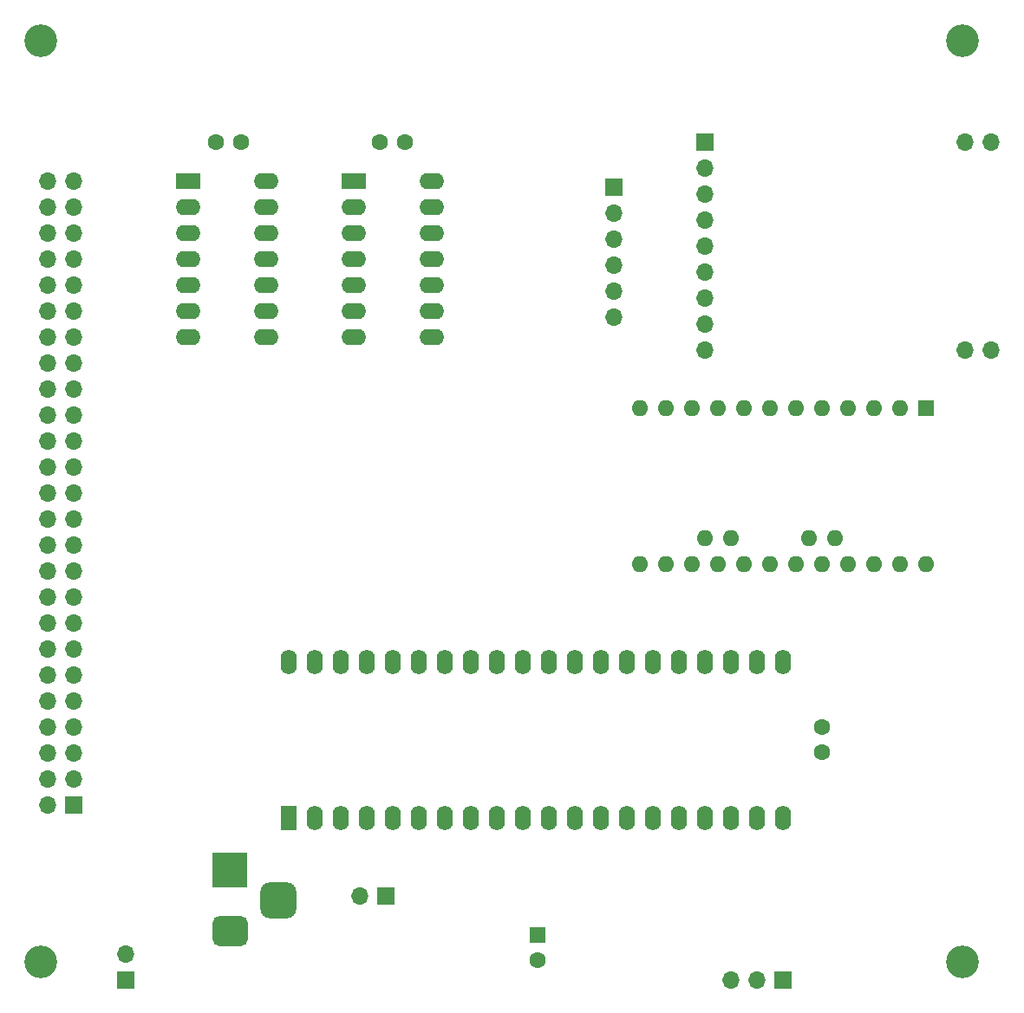
<source format=gts>
G04 #@! TF.GenerationSoftware,KiCad,Pcbnew,(5.1.9)-1*
G04 #@! TF.CreationDate,2025-08-03T17:35:04+09:00*
G04 #@! TF.ProjectId,PASOPIA7_SD,5041534f-5049-4413-975f-53442e6b6963,rev?*
G04 #@! TF.SameCoordinates,PX53920b0PY93c3260*
G04 #@! TF.FileFunction,Soldermask,Top*
G04 #@! TF.FilePolarity,Negative*
%FSLAX46Y46*%
G04 Gerber Fmt 4.6, Leading zero omitted, Abs format (unit mm)*
G04 Created by KiCad (PCBNEW (5.1.9)-1) date 2025-08-03 17:35:04*
%MOMM*%
%LPD*%
G01*
G04 APERTURE LIST*
%ADD10C,1.600000*%
%ADD11R,1.600000X2.400000*%
%ADD12O,1.600000X2.400000*%
%ADD13C,3.200000*%
%ADD14R,1.600000X1.600000*%
%ADD15O,1.700000X1.700000*%
%ADD16R,1.700000X1.700000*%
%ADD17R,2.400000X1.600000*%
%ADD18O,2.400000X1.600000*%
%ADD19O,1.600000X1.600000*%
%ADD20R,3.500000X3.500000*%
G04 APERTURE END LIST*
D10*
X81280000Y27940000D03*
X81280000Y25440000D03*
D11*
X29210000Y19050000D03*
D12*
X77470000Y34290000D03*
X31750000Y19050000D03*
X74930000Y34290000D03*
X34290000Y19050000D03*
X72390000Y34290000D03*
X36830000Y19050000D03*
X69850000Y34290000D03*
X39370000Y19050000D03*
X67310000Y34290000D03*
X41910000Y19050000D03*
X64770000Y34290000D03*
X44450000Y19050000D03*
X62230000Y34290000D03*
X46990000Y19050000D03*
X59690000Y34290000D03*
X49530000Y19050000D03*
X57150000Y34290000D03*
X52070000Y19050000D03*
X54610000Y34290000D03*
X54610000Y19050000D03*
X52070000Y34290000D03*
X57150000Y19050000D03*
X49530000Y34290000D03*
X59690000Y19050000D03*
X46990000Y34290000D03*
X62230000Y19050000D03*
X44450000Y34290000D03*
X64770000Y19050000D03*
X41910000Y34290000D03*
X67310000Y19050000D03*
X39370000Y34290000D03*
X69850000Y19050000D03*
X36830000Y34290000D03*
X72390000Y19050000D03*
X34290000Y34290000D03*
X74930000Y19050000D03*
X31750000Y34290000D03*
X77470000Y19050000D03*
X29210000Y34290000D03*
D13*
X5000000Y95000000D03*
X95000000Y95000000D03*
X95000000Y5000000D03*
X5000000Y5000000D03*
D14*
X53521000Y7620000D03*
D10*
X53521000Y5120000D03*
X38100000Y85090000D03*
X40600000Y85090000D03*
X24598000Y85090000D03*
X22098000Y85090000D03*
D15*
X5715000Y81280000D03*
X8255000Y81280000D03*
X5715000Y78740000D03*
X8255000Y78740000D03*
X5715000Y76200000D03*
X8255000Y76200000D03*
X5715000Y73660000D03*
X8255000Y73660000D03*
X5715000Y71120000D03*
X8255000Y71120000D03*
X5715000Y68580000D03*
X8255000Y68580000D03*
X5715000Y66040000D03*
X8255000Y66040000D03*
X5715000Y63500000D03*
X8255000Y63500000D03*
X5715000Y60960000D03*
X8255000Y60960000D03*
X5715000Y58420000D03*
X8255000Y58420000D03*
X5715000Y55880000D03*
X8255000Y55880000D03*
X5715000Y53340000D03*
X8255000Y53340000D03*
X5715000Y50800000D03*
X8255000Y50800000D03*
X5715000Y48260000D03*
X8255000Y48260000D03*
X5715000Y45720000D03*
X8255000Y45720000D03*
X5715000Y43180000D03*
X8255000Y43180000D03*
X5715000Y40640000D03*
X8255000Y40640000D03*
X5715000Y38100000D03*
X8255000Y38100000D03*
X5715000Y35560000D03*
X8255000Y35560000D03*
X5715000Y33020000D03*
X8255000Y33020000D03*
X5715000Y30480000D03*
X8255000Y30480000D03*
X5715000Y27940000D03*
X8255000Y27940000D03*
X5715000Y25400000D03*
X8255000Y25400000D03*
X5715000Y22860000D03*
X8255000Y22860000D03*
X5715000Y20320000D03*
D16*
X8255000Y20320000D03*
D17*
X19431000Y81280000D03*
D18*
X27051000Y66040000D03*
X19431000Y78740000D03*
X27051000Y68580000D03*
X19431000Y76200000D03*
X27051000Y71120000D03*
X19431000Y73660000D03*
X27051000Y73660000D03*
X19431000Y71120000D03*
X27051000Y76200000D03*
X19431000Y68580000D03*
X27051000Y78740000D03*
X19431000Y66040000D03*
X27051000Y81280000D03*
D16*
X69850000Y85090000D03*
D15*
X69850000Y82550000D03*
X69850000Y80010000D03*
X69850000Y77470000D03*
X69850000Y74930000D03*
X69850000Y72390000D03*
X69850000Y69850000D03*
X69850000Y67310000D03*
X69850000Y64770000D03*
X97790000Y64770000D03*
X95250000Y64770000D03*
X97790000Y85090000D03*
X95250000Y85090000D03*
D14*
X91440000Y59055000D03*
D19*
X88900000Y59055000D03*
X86360000Y59055000D03*
X63500000Y43815000D03*
X83820000Y59055000D03*
X66040000Y43815000D03*
X81280000Y59055000D03*
X68580000Y43815000D03*
X78740000Y59055000D03*
X71120000Y43815000D03*
X76200000Y59055000D03*
X73660000Y43815000D03*
X73660000Y59055000D03*
X76200000Y43815000D03*
X71120000Y59055000D03*
X78740000Y43815000D03*
X68580000Y59055000D03*
X81280000Y43815000D03*
X66040000Y59055000D03*
X83820000Y43815000D03*
X63500000Y59055000D03*
X86360000Y43815000D03*
X88900000Y43815000D03*
X91440000Y43815000D03*
X82550000Y46355000D03*
X80010000Y46355000D03*
X72390000Y46355000D03*
X69850000Y46355000D03*
D16*
X60960000Y80645000D03*
D15*
X60960000Y78105000D03*
X60960000Y75565000D03*
X60960000Y73025000D03*
X60960000Y70485000D03*
X60960000Y67945000D03*
D16*
X38735000Y11430000D03*
D15*
X36195000Y11430000D03*
D17*
X35560000Y81280000D03*
D18*
X43180000Y66040000D03*
X35560000Y78740000D03*
X43180000Y68580000D03*
X35560000Y76200000D03*
X43180000Y71120000D03*
X35560000Y73660000D03*
X43180000Y73660000D03*
X35560000Y71120000D03*
X43180000Y76200000D03*
X35560000Y68580000D03*
X43180000Y78740000D03*
X35560000Y66040000D03*
X43180000Y81280000D03*
D20*
X23495000Y13970000D03*
G36*
G01*
X24495000Y6470000D02*
X22495000Y6470000D01*
G75*
G02*
X21745000Y7220000I0J750000D01*
G01*
X21745000Y8720000D01*
G75*
G02*
X22495000Y9470000I750000J0D01*
G01*
X24495000Y9470000D01*
G75*
G02*
X25245000Y8720000I0J-750000D01*
G01*
X25245000Y7220000D01*
G75*
G02*
X24495000Y6470000I-750000J0D01*
G01*
G37*
G36*
G01*
X29070000Y9220000D02*
X27320000Y9220000D01*
G75*
G02*
X26445000Y10095000I0J875000D01*
G01*
X26445000Y11845000D01*
G75*
G02*
X27320000Y12720000I875000J0D01*
G01*
X29070000Y12720000D01*
G75*
G02*
X29945000Y11845000I0J-875000D01*
G01*
X29945000Y10095000D01*
G75*
G02*
X29070000Y9220000I-875000J0D01*
G01*
G37*
D16*
X77470000Y3175000D03*
D15*
X74930000Y3175000D03*
X72390000Y3175000D03*
D16*
X13335000Y3175000D03*
D15*
X13335000Y5715000D03*
M02*

</source>
